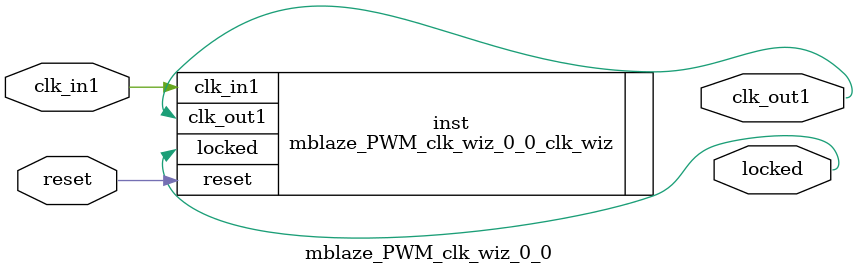
<source format=v>


`timescale 1ps/1ps

(* CORE_GENERATION_INFO = "mblaze_PWM_clk_wiz_0_0,clk_wiz_v6_0_4_0_0,{component_name=mblaze_PWM_clk_wiz_0_0,use_phase_alignment=true,use_min_o_jitter=false,use_max_i_jitter=false,use_dyn_phase_shift=false,use_inclk_switchover=false,use_dyn_reconfig=false,enable_axi=0,feedback_source=FDBK_AUTO,PRIMITIVE=MMCM,num_out_clk=1,clkin1_period=10.000,clkin2_period=10.000,use_power_down=false,use_reset=true,use_locked=true,use_inclk_stopped=false,feedback_type=SINGLE,CLOCK_MGR_TYPE=NA,manual_override=false}" *)

module mblaze_PWM_clk_wiz_0_0 
 (
  // Clock out ports
  output        clk_out1,
  // Status and control signals
  input         reset,
  output        locked,
 // Clock in ports
  input         clk_in1
 );

  mblaze_PWM_clk_wiz_0_0_clk_wiz inst
  (
  // Clock out ports  
  .clk_out1(clk_out1),
  // Status and control signals               
  .reset(reset), 
  .locked(locked),
 // Clock in ports
  .clk_in1(clk_in1)
  );

endmodule

</source>
